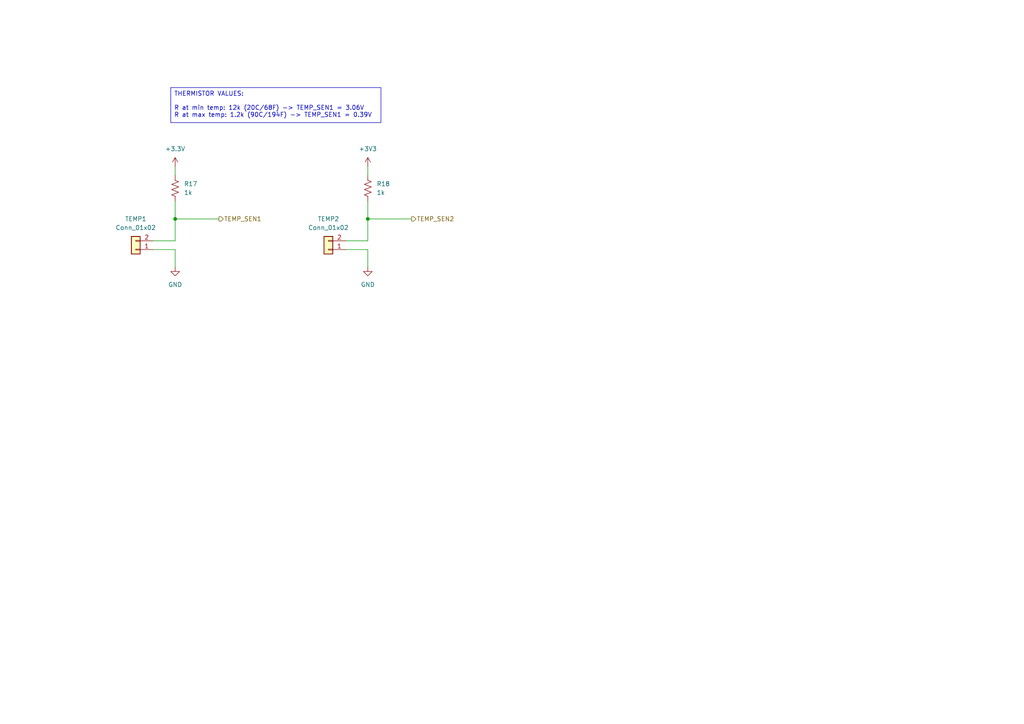
<source format=kicad_sch>
(kicad_sch (version 20231120) (generator "eeschema") (generator_version "8.0")
  (paper "A4")
  (lib_symbols
    (symbol "Connector_Generic:Conn_01x02" (pin_names (offset 1.016) hide)
      (property "Reference" "J" (at 0 2.54 0))
      (property "Value" "Conn_01x02" (at 0 -5.08 0))
      (symbol "Conn_01x02_1_1"
        (rectangle (start -1.27 -2.413) (end 0 -2.667) (stroke (width 0.1524)))
        (rectangle (start -1.27 0.127) (end 0 -0.127) (stroke (width 0.1524)))
        (rectangle (start -1.27 1.27) (end 1.27 -3.81) (stroke (width 0.254)) (fill (type background)))
        (pin passive line (at -5.08 0 0) (length 3.81) (name "Pin_1") (number "1"))
        (pin passive line (at -5.08 -2.54 0) (length 3.81) (name "Pin_2") (number "2"))
      )
    )
    (symbol "Device:R_US" (pin_numbers hide) (pin_names (offset 0))
      (property "Reference" "R" (at 2.54 0 90))
      (property "Value" "R_US" (at -2.54 0 90))
      (symbol "R_US_0_1"
        (polyline (pts (xy 0 -2.286) (xy 0 -2.54)))
        (polyline (pts (xy 0 2.286) (xy 0 2.54)))
        (polyline (pts (xy 0 -0.762) (xy 1.016 -1.143) (xy 0 -1.524) (xy -1.016 -1.905) (xy 0 -2.286)))
        (polyline (pts (xy 0 0.762) (xy 1.016 0.381) (xy 0 0) (xy -1.016 -0.381) (xy 0 -0.762)))
        (polyline (pts (xy 0 2.286) (xy 1.016 1.905) (xy 0 1.524) (xy -1.016 1.143) (xy 0 0.762)))
      )
      (symbol "R_US_1_1"
        (pin passive line (at 0 3.81 270) (length 1.27) (name "~") (number "1"))
        (pin passive line (at 0 -3.81 90) (length 1.27) (name "~") (number "2"))
      )
    )
    (symbol "power:+5V" (power) (pin_numbers hide) (pin_names (offset 0) hide)
      (property "Value" "+5V" (at 0 3.556 0))
      (symbol "+5V_0_1"
        (polyline (pts (xy -0.762 1.27) (xy 0 2.54)))
        (polyline (pts (xy 0 0) (xy 0 2.54)))
        (polyline (pts (xy 0 2.54) (xy 0.762 1.27)))
      )
      (symbol "+5V_1_1"
        (pin power_in line (at 0 0 90) (length 0) (name "~") (number "1"))
      )
    )
    (symbol "power:GND" (power) (pin_numbers hide) (pin_names (offset 0) hide)
      (property "Value" "GND" (at 0 -3.81 0))
      (symbol "GND_0_1"
        (polyline (pts (xy 0 0) (xy 0 -1.27) (xy 1.27 -1.27) (xy 0 -2.54) (xy -1.27 -1.27) (xy 0 -1.27)))
      )
      (symbol "GND_1_1"
        (pin power_in line (at 0 0 270) (length 0) (name "~") (number "1"))
      )
    )
  )
  (junction (at 106.68 63.5))
  (junction (at 50.8 63.5))
  (wire (pts (xy 106.68 63.5) (xy 106.68 58.42)))
  (wire (pts (xy 44.45 69.85) (xy 50.8 69.85)))
  (wire (pts (xy 106.68 69.85) (xy 106.68 63.5)))
  (wire (pts (xy 106.68 48.26) (xy 106.68 50.8)))
  (wire (pts (xy 50.8 48.26) (xy 50.8 50.8)))
  (wire (pts (xy 50.8 77.47) (xy 50.8 72.39)))
  (wire (pts (xy 50.8 63.5) (xy 50.8 58.42)))
  (wire (pts (xy 106.68 77.47) (xy 106.68 72.39)))
  (wire (pts (xy 50.8 72.39) (xy 44.45 72.39)))
  (wire (pts (xy 50.8 63.5) (xy 63.5 63.5)))
  (wire (pts (xy 100.33 69.85) (xy 106.68 69.85)))
  (wire (pts (xy 106.68 63.5) (xy 119.38 63.5)))
  (wire (pts (xy 50.8 69.85) (xy 50.8 63.5)))
  (wire (pts (xy 106.68 72.39) (xy 100.33 72.39)))
  (text_box "THERMISTOR VALUES:\n\nR at min temp: 12k (20C/68F) -> TEMP_SEN1 = 3.06V\nR at max temp: 1.2k (90C/194F) -> TEMP_SEN1 = 0.39V" (at 49.53 25.4 0) (size 60.96 10.16) (effects (font (size 1.27 1.27) (thickness 0.1588)) (justify left top)))
  (hierarchical_label "TEMP_SEN1" (shape output) (at 63.5 63.5 0))
  (hierarchical_label "TEMP_SEN2" (shape output) (at 119.38 63.5 0))
  (symbol (lib_id "Device:R_US") (at 50.8 54.61 0) (unit 1)
    (property "Reference" "R17" (at 53.34 53.3399 0) (effects (justify left)))
    (property "Value" "1k" (at 53.34 55.8799 0) (effects (justify left)))
    (property "Footprint" "Resistor_SMD:R_0805_2012Metric" (effects (hide yes)))
    (property "Description" "Resistor, US symbol" (effects (hide yes)))
  )
  (symbol (lib_id "Connector_Generic:Conn_01x02") (at 95.25 72.39 180) (unit 1)
    (property "Reference" "TEMP2" (at 95.25 63.5 0))
    (property "Value" "Conn_01x02" (at 95.25 66.04 0))
    (property "Footprint" "UTSVT_Connectors:Molex_MicroFit3.0_1x2xP3.00mm_PolarizingPeg_Vertical" (effects (hide yes)))
    (property "Datasheet" "https://koolance.com/files/products/manuals/Koolance_sen-ap008g_specifications.pdf" (effects (hide yes)))
    (property "Description" "Generic connector, single row, 01x02, script generated (kicad-library-utils/schlib/autogen/connector/)" (effects (hide yes)))
  )
  (symbol (lib_id "Device:R_US") (at 106.68 54.61 0) (unit 1)
    (property "Reference" "R18" (at 109.22 53.3399 0) (effects (justify left)))
    (property "Value" "1k" (at 109.22 55.8799 0) (effects (justify left)))
    (property "Footprint" "Resistor_SMD:R_0805_2012Metric" (effects (hide yes)))
    (property "Description" "Resistor, US symbol" (effects (hide yes)))
  )
  (symbol (lib_id "Connector_Generic:Conn_01x02") (at 39.37 72.39 180) (unit 1)
    (property "Reference" "TEMP1" (at 39.37 63.5 0))
    (property "Value" "Conn_01x02" (at 39.37 66.04 0))
    (property "Footprint" "UTSVT_Connectors:Molex_MicroFit3.0_1x2xP3.00mm_PolarizingPeg_Vertical" (effects (hide yes)))
    (property "Datasheet" "https://koolance.com/files/products/manuals/Koolance_sen-ap008g_specifications.pdf" (effects (hide yes)))
    (property "Description" "Generic connector, single row, 01x02, script generated (kicad-library-utils/schlib/autogen/connector/)" (effects (hide yes)))
  )
  (symbol (lib_id "power:GND") (at 106.68 77.47 0) (unit 1)
    (property "Reference" "#PWR029" (effects (hide yes)))
    (property "Value" "GND" (at 106.68 82.55 0))
    (property "Description" "Power symbol creates a global label with name \"GND\" , ground" (effects (hide yes)))
  )
  (symbol (lib_id "power:+5V") (at 50.8 48.26 0) (unit 1)
    (property "Reference" "#PWR026" (effects (hide yes)))
    (property "Value" "+3.3V" (at 50.8 43.18 0))
    (property "Description" "Power symbol creates a global label with name \"+5V\"" (effects (hide yes)))
  )
  (symbol (lib_id "power:+5V") (at 106.68 48.26 0) (unit 1)
    (property "Reference" "#PWR027" (effects (hide yes)))
    (property "Value" "+3V3" (at 106.68 43.18 0))
    (property "Description" "Power symbol creates a global label with name \"+5V\"" (effects (hide yes)))
  )
  (symbol (lib_id "power:GND") (at 50.8 77.47 0) (unit 1)
    (property "Reference" "#PWR028" (effects (hide yes)))
    (property "Value" "GND" (at 50.8 82.55 0))
    (property "Description" "Power symbol creates a global label with name \"GND\" , ground" (effects (hide yes)))
  )
)
</source>
